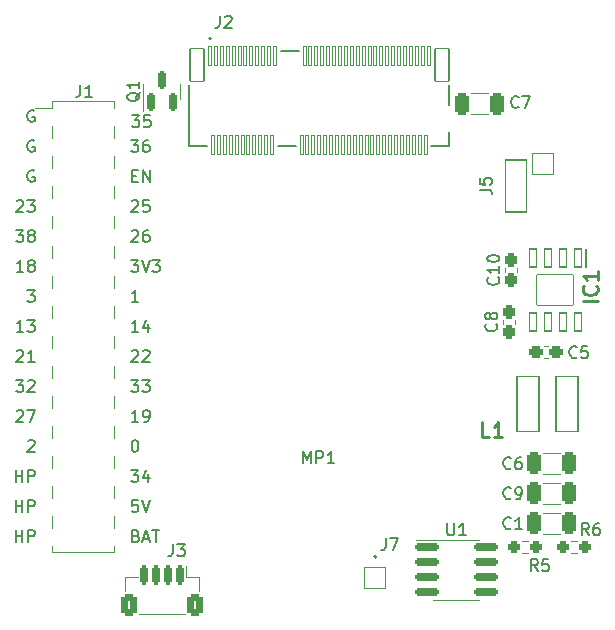
<source format=gbr>
%TF.GenerationSoftware,KiCad,Pcbnew,7.0.5-0*%
%TF.CreationDate,2023-07-13T17:44:08+01:00*%
%TF.ProjectId,M5-Notecard,4d352d4e-6f74-4656-9361-72642e6b6963,V01L04*%
%TF.SameCoordinates,Original*%
%TF.FileFunction,Legend,Top*%
%TF.FilePolarity,Positive*%
%FSLAX46Y46*%
G04 Gerber Fmt 4.6, Leading zero omitted, Abs format (unit mm)*
G04 Created by KiCad (PCBNEW 7.0.5-0) date 2023-07-13 17:44:08*
%MOMM*%
%LPD*%
G01*
G04 APERTURE LIST*
G04 Aperture macros list*
%AMRoundRect*
0 Rectangle with rounded corners*
0 $1 Rounding radius*
0 $2 $3 $4 $5 $6 $7 $8 $9 X,Y pos of 4 corners*
0 Add a 4 corners polygon primitive as box body*
4,1,4,$2,$3,$4,$5,$6,$7,$8,$9,$2,$3,0*
0 Add four circle primitives for the rounded corners*
1,1,$1+$1,$2,$3*
1,1,$1+$1,$4,$5*
1,1,$1+$1,$6,$7*
1,1,$1+$1,$8,$9*
0 Add four rect primitives between the rounded corners*
20,1,$1+$1,$2,$3,$4,$5,0*
20,1,$1+$1,$4,$5,$6,$7,0*
20,1,$1+$1,$6,$7,$8,$9,0*
20,1,$1+$1,$8,$9,$2,$3,0*%
%AMFreePoly0*
4,1,13,0.535355,0.535355,0.550000,0.500000,0.550000,-0.500000,0.535355,-0.535355,0.500000,-0.550000,-2.500000,-0.550000,-2.535355,-0.535355,-2.550000,-0.500000,-2.550000,0.500000,-2.535355,0.535355,-2.500000,0.550000,0.500000,0.550000,0.535355,0.535355,0.535355,0.535355,$1*%
G04 Aperture macros list end*
%ADD10C,0.150000*%
%ADD11C,0.254000*%
%ADD12C,0.200000*%
%ADD13C,0.120000*%
%ADD14C,0.127000*%
%ADD15RoundRect,0.050000X-0.900000X0.900000X-0.900000X-0.900000X0.900000X-0.900000X0.900000X0.900000X0*%
%ADD16C,1.900000*%
%ADD17RoundRect,0.050000X0.900000X-2.200000X0.900000X2.200000X-0.900000X2.200000X-0.900000X-2.200000X0*%
%ADD18O,1.900000X4.100000*%
%ADD19O,4.100000X1.900000*%
%ADD20RoundRect,0.050000X0.900000X0.900000X-0.900000X0.900000X-0.900000X-0.900000X0.900000X-0.900000X0*%
%ADD21C,2.300000*%
%ADD22C,1.800000*%
%ADD23FreePoly0,0.000000*%
%ADD24FreePoly0,180.000000*%
%ADD25C,1.100000*%
%ADD26RoundRect,0.287500X-0.300000X-0.237500X0.300000X-0.237500X0.300000X0.237500X-0.300000X0.237500X0*%
%ADD27RoundRect,0.200000X0.150000X0.625000X-0.150000X0.625000X-0.150000X-0.625000X0.150000X-0.625000X0*%
%ADD28RoundRect,0.300000X0.350000X0.650000X-0.350000X0.650000X-0.350000X-0.650000X0.350000X-0.650000X0*%
%ADD29RoundRect,0.300000X-0.325000X-0.650000X0.325000X-0.650000X0.325000X0.650000X-0.325000X0.650000X0*%
%ADD30RoundRect,0.287500X-0.250000X-0.237500X0.250000X-0.237500X0.250000X0.237500X-0.250000X0.237500X0*%
%ADD31RoundRect,0.287500X-0.237500X0.300000X-0.237500X-0.300000X0.237500X-0.300000X0.237500X0.300000X0*%
%ADD32RoundRect,0.287500X0.237500X-0.300000X0.237500X0.300000X-0.237500X0.300000X-0.237500X-0.300000X0*%
%ADD33C,1.250000*%
%ADD34C,1.750000*%
%ADD35RoundRect,0.050000X-0.150000X-0.775000X0.150000X-0.775000X0.150000X0.775000X-0.150000X0.775000X0*%
%ADD36RoundRect,0.050000X-0.600000X-1.375000X0.600000X-1.375000X0.600000X1.375000X-0.600000X1.375000X0*%
%ADD37C,3.300000*%
%ADD38RoundRect,0.050000X0.925000X2.350000X-0.925000X2.350000X-0.925000X-2.350000X0.925000X-2.350000X0*%
%ADD39RoundRect,0.050000X-0.325000X-0.762500X0.325000X-0.762500X0.325000X0.762500X-0.325000X0.762500X0*%
%ADD40RoundRect,0.050000X-1.550000X1.300000X-1.550000X-1.300000X1.550000X-1.300000X1.550000X1.300000X0*%
%ADD41RoundRect,0.200000X-0.825000X-0.150000X0.825000X-0.150000X0.825000X0.150000X-0.825000X0.150000X0*%
%ADD42RoundRect,0.300000X0.325000X0.650000X-0.325000X0.650000X-0.325000X-0.650000X0.325000X-0.650000X0*%
%ADD43RoundRect,0.200000X0.150000X-0.587500X0.150000X0.587500X-0.150000X0.587500X-0.150000X-0.587500X0*%
%ADD44C,6.100000*%
G04 APERTURE END LIST*
D10*
%TO.C,J5*%
X-18619069Y-13417333D02*
X-17904784Y-13417333D01*
X-17904784Y-13417333D02*
X-17761927Y-13464952D01*
X-17761927Y-13464952D02*
X-17666688Y-13560190D01*
X-17666688Y-13560190D02*
X-17619069Y-13703047D01*
X-17619069Y-13703047D02*
X-17619069Y-13798285D01*
X-18619069Y-12464952D02*
X-18619069Y-12941142D01*
X-18619069Y-12941142D02*
X-18142879Y-12988761D01*
X-18142879Y-12988761D02*
X-18190498Y-12941142D01*
X-18190498Y-12941142D02*
X-18238117Y-12845904D01*
X-18238117Y-12845904D02*
X-18238117Y-12607809D01*
X-18238117Y-12607809D02*
X-18190498Y-12512571D01*
X-18190498Y-12512571D02*
X-18142879Y-12464952D01*
X-18142879Y-12464952D02*
X-18047641Y-12417333D01*
X-18047641Y-12417333D02*
X-17809546Y-12417333D01*
X-17809546Y-12417333D02*
X-17714308Y-12464952D01*
X-17714308Y-12464952D02*
X-17666688Y-12512571D01*
X-17666688Y-12512571D02*
X-17619069Y-12607809D01*
X-17619069Y-12607809D02*
X-17619069Y-12845904D01*
X-17619069Y-12845904D02*
X-17666688Y-12941142D01*
X-17666688Y-12941142D02*
X-17714308Y-12988761D01*
%TO.C,J7*%
X-26575222Y-42926819D02*
X-26575222Y-43641104D01*
X-26575222Y-43641104D02*
X-26622841Y-43783961D01*
X-26622841Y-43783961D02*
X-26718079Y-43879200D01*
X-26718079Y-43879200D02*
X-26860936Y-43926819D01*
X-26860936Y-43926819D02*
X-26956174Y-43926819D01*
X-26194269Y-42926819D02*
X-25527603Y-42926819D01*
X-25527603Y-42926819D02*
X-25956174Y-43926819D01*
%TO.C,J1*%
X-52441222Y-4554819D02*
X-52441222Y-5269104D01*
X-52441222Y-5269104D02*
X-52488841Y-5411961D01*
X-52488841Y-5411961D02*
X-52584079Y-5507200D01*
X-52584079Y-5507200D02*
X-52726936Y-5554819D01*
X-52726936Y-5554819D02*
X-52822174Y-5554819D01*
X-51441222Y-5554819D02*
X-52012650Y-5554819D01*
X-51726936Y-5554819D02*
X-51726936Y-4554819D01*
X-51726936Y-4554819D02*
X-51822174Y-4697676D01*
X-51822174Y-4697676D02*
X-51917412Y-4792914D01*
X-51917412Y-4792914D02*
X-52012650Y-4840533D01*
X-56354668Y-6722438D02*
X-56449906Y-6674819D01*
X-56449906Y-6674819D02*
X-56592763Y-6674819D01*
X-56592763Y-6674819D02*
X-56735620Y-6722438D01*
X-56735620Y-6722438D02*
X-56830858Y-6817676D01*
X-56830858Y-6817676D02*
X-56878477Y-6912914D01*
X-56878477Y-6912914D02*
X-56926096Y-7103390D01*
X-56926096Y-7103390D02*
X-56926096Y-7246247D01*
X-56926096Y-7246247D02*
X-56878477Y-7436723D01*
X-56878477Y-7436723D02*
X-56830858Y-7531961D01*
X-56830858Y-7531961D02*
X-56735620Y-7627200D01*
X-56735620Y-7627200D02*
X-56592763Y-7674819D01*
X-56592763Y-7674819D02*
X-56497525Y-7674819D01*
X-56497525Y-7674819D02*
X-56354668Y-7627200D01*
X-56354668Y-7627200D02*
X-56307049Y-7579580D01*
X-56307049Y-7579580D02*
X-56307049Y-7246247D01*
X-56307049Y-7246247D02*
X-56497525Y-7246247D01*
X-56926096Y-21914819D02*
X-56307049Y-21914819D01*
X-56307049Y-21914819D02*
X-56640382Y-22295771D01*
X-56640382Y-22295771D02*
X-56497525Y-22295771D01*
X-56497525Y-22295771D02*
X-56402287Y-22343390D01*
X-56402287Y-22343390D02*
X-56354668Y-22391009D01*
X-56354668Y-22391009D02*
X-56307049Y-22486247D01*
X-56307049Y-22486247D02*
X-56307049Y-22724342D01*
X-56307049Y-22724342D02*
X-56354668Y-22819580D01*
X-56354668Y-22819580D02*
X-56402287Y-22867200D01*
X-56402287Y-22867200D02*
X-56497525Y-22914819D01*
X-56497525Y-22914819D02*
X-56783239Y-22914819D01*
X-56783239Y-22914819D02*
X-56878477Y-22867200D01*
X-56878477Y-22867200D02*
X-56926096Y-22819580D01*
X-57926096Y-40694819D02*
X-57926096Y-39694819D01*
X-57926096Y-40171009D02*
X-57354668Y-40171009D01*
X-57354668Y-40694819D02*
X-57354668Y-39694819D01*
X-56878477Y-40694819D02*
X-56878477Y-39694819D01*
X-56878477Y-39694819D02*
X-56497525Y-39694819D01*
X-56497525Y-39694819D02*
X-56402287Y-39742438D01*
X-56402287Y-39742438D02*
X-56354668Y-39790057D01*
X-56354668Y-39790057D02*
X-56307049Y-39885295D01*
X-56307049Y-39885295D02*
X-56307049Y-40028152D01*
X-56307049Y-40028152D02*
X-56354668Y-40123390D01*
X-56354668Y-40123390D02*
X-56402287Y-40171009D01*
X-56402287Y-40171009D02*
X-56497525Y-40218628D01*
X-56497525Y-40218628D02*
X-56878477Y-40218628D01*
X-56354668Y-11802438D02*
X-56449906Y-11754819D01*
X-56449906Y-11754819D02*
X-56592763Y-11754819D01*
X-56592763Y-11754819D02*
X-56735620Y-11802438D01*
X-56735620Y-11802438D02*
X-56830858Y-11897676D01*
X-56830858Y-11897676D02*
X-56878477Y-11992914D01*
X-56878477Y-11992914D02*
X-56926096Y-12183390D01*
X-56926096Y-12183390D02*
X-56926096Y-12326247D01*
X-56926096Y-12326247D02*
X-56878477Y-12516723D01*
X-56878477Y-12516723D02*
X-56830858Y-12611961D01*
X-56830858Y-12611961D02*
X-56735620Y-12707200D01*
X-56735620Y-12707200D02*
X-56592763Y-12754819D01*
X-56592763Y-12754819D02*
X-56497525Y-12754819D01*
X-56497525Y-12754819D02*
X-56354668Y-12707200D01*
X-56354668Y-12707200D02*
X-56307049Y-12659580D01*
X-56307049Y-12659580D02*
X-56307049Y-12326247D01*
X-56307049Y-12326247D02*
X-56497525Y-12326247D01*
X-48156347Y-19374819D02*
X-47537300Y-19374819D01*
X-47537300Y-19374819D02*
X-47870633Y-19755771D01*
X-47870633Y-19755771D02*
X-47727776Y-19755771D01*
X-47727776Y-19755771D02*
X-47632538Y-19803390D01*
X-47632538Y-19803390D02*
X-47584919Y-19851009D01*
X-47584919Y-19851009D02*
X-47537300Y-19946247D01*
X-47537300Y-19946247D02*
X-47537300Y-20184342D01*
X-47537300Y-20184342D02*
X-47584919Y-20279580D01*
X-47584919Y-20279580D02*
X-47632538Y-20327200D01*
X-47632538Y-20327200D02*
X-47727776Y-20374819D01*
X-47727776Y-20374819D02*
X-48013490Y-20374819D01*
X-48013490Y-20374819D02*
X-48108728Y-20327200D01*
X-48108728Y-20327200D02*
X-48156347Y-20279580D01*
X-47251585Y-19374819D02*
X-46918252Y-20374819D01*
X-46918252Y-20374819D02*
X-46584919Y-19374819D01*
X-46346823Y-19374819D02*
X-45727776Y-19374819D01*
X-45727776Y-19374819D02*
X-46061109Y-19755771D01*
X-46061109Y-19755771D02*
X-45918252Y-19755771D01*
X-45918252Y-19755771D02*
X-45823014Y-19803390D01*
X-45823014Y-19803390D02*
X-45775395Y-19851009D01*
X-45775395Y-19851009D02*
X-45727776Y-19946247D01*
X-45727776Y-19946247D02*
X-45727776Y-20184342D01*
X-45727776Y-20184342D02*
X-45775395Y-20279580D01*
X-45775395Y-20279580D02*
X-45823014Y-20327200D01*
X-45823014Y-20327200D02*
X-45918252Y-20374819D01*
X-45918252Y-20374819D02*
X-46203966Y-20374819D01*
X-46203966Y-20374819D02*
X-46299204Y-20327200D01*
X-46299204Y-20327200D02*
X-46346823Y-20279580D01*
X-48108728Y-14390057D02*
X-48061109Y-14342438D01*
X-48061109Y-14342438D02*
X-47965871Y-14294819D01*
X-47965871Y-14294819D02*
X-47727776Y-14294819D01*
X-47727776Y-14294819D02*
X-47632538Y-14342438D01*
X-47632538Y-14342438D02*
X-47584919Y-14390057D01*
X-47584919Y-14390057D02*
X-47537300Y-14485295D01*
X-47537300Y-14485295D02*
X-47537300Y-14580533D01*
X-47537300Y-14580533D02*
X-47584919Y-14723390D01*
X-47584919Y-14723390D02*
X-48156347Y-15294819D01*
X-48156347Y-15294819D02*
X-47537300Y-15294819D01*
X-46632538Y-14294819D02*
X-47108728Y-14294819D01*
X-47108728Y-14294819D02*
X-47156347Y-14771009D01*
X-47156347Y-14771009D02*
X-47108728Y-14723390D01*
X-47108728Y-14723390D02*
X-47013490Y-14675771D01*
X-47013490Y-14675771D02*
X-46775395Y-14675771D01*
X-46775395Y-14675771D02*
X-46680157Y-14723390D01*
X-46680157Y-14723390D02*
X-46632538Y-14771009D01*
X-46632538Y-14771009D02*
X-46584919Y-14866247D01*
X-46584919Y-14866247D02*
X-46584919Y-15104342D01*
X-46584919Y-15104342D02*
X-46632538Y-15199580D01*
X-46632538Y-15199580D02*
X-46680157Y-15247200D01*
X-46680157Y-15247200D02*
X-46775395Y-15294819D01*
X-46775395Y-15294819D02*
X-47013490Y-15294819D01*
X-47013490Y-15294819D02*
X-47108728Y-15247200D01*
X-47108728Y-15247200D02*
X-47156347Y-15199580D01*
X-48066347Y-7112819D02*
X-47447300Y-7112819D01*
X-47447300Y-7112819D02*
X-47780633Y-7493771D01*
X-47780633Y-7493771D02*
X-47637776Y-7493771D01*
X-47637776Y-7493771D02*
X-47542538Y-7541390D01*
X-47542538Y-7541390D02*
X-47494919Y-7589009D01*
X-47494919Y-7589009D02*
X-47447300Y-7684247D01*
X-47447300Y-7684247D02*
X-47447300Y-7922342D01*
X-47447300Y-7922342D02*
X-47494919Y-8017580D01*
X-47494919Y-8017580D02*
X-47542538Y-8065200D01*
X-47542538Y-8065200D02*
X-47637776Y-8112819D01*
X-47637776Y-8112819D02*
X-47923490Y-8112819D01*
X-47923490Y-8112819D02*
X-48018728Y-8065200D01*
X-48018728Y-8065200D02*
X-48066347Y-8017580D01*
X-46542538Y-7112819D02*
X-47018728Y-7112819D01*
X-47018728Y-7112819D02*
X-47066347Y-7589009D01*
X-47066347Y-7589009D02*
X-47018728Y-7541390D01*
X-47018728Y-7541390D02*
X-46923490Y-7493771D01*
X-46923490Y-7493771D02*
X-46685395Y-7493771D01*
X-46685395Y-7493771D02*
X-46590157Y-7541390D01*
X-46590157Y-7541390D02*
X-46542538Y-7589009D01*
X-46542538Y-7589009D02*
X-46494919Y-7684247D01*
X-46494919Y-7684247D02*
X-46494919Y-7922342D01*
X-46494919Y-7922342D02*
X-46542538Y-8017580D01*
X-46542538Y-8017580D02*
X-46590157Y-8065200D01*
X-46590157Y-8065200D02*
X-46685395Y-8112819D01*
X-46685395Y-8112819D02*
X-46923490Y-8112819D01*
X-46923490Y-8112819D02*
X-47018728Y-8065200D01*
X-47018728Y-8065200D02*
X-47066347Y-8017580D01*
X-57830858Y-27090057D02*
X-57783239Y-27042438D01*
X-57783239Y-27042438D02*
X-57688001Y-26994819D01*
X-57688001Y-26994819D02*
X-57449906Y-26994819D01*
X-57449906Y-26994819D02*
X-57354668Y-27042438D01*
X-57354668Y-27042438D02*
X-57307049Y-27090057D01*
X-57307049Y-27090057D02*
X-57259430Y-27185295D01*
X-57259430Y-27185295D02*
X-57259430Y-27280533D01*
X-57259430Y-27280533D02*
X-57307049Y-27423390D01*
X-57307049Y-27423390D02*
X-57878477Y-27994819D01*
X-57878477Y-27994819D02*
X-57259430Y-27994819D01*
X-56307049Y-27994819D02*
X-56878477Y-27994819D01*
X-56592763Y-27994819D02*
X-56592763Y-26994819D01*
X-56592763Y-26994819D02*
X-56688001Y-27137676D01*
X-56688001Y-27137676D02*
X-56783239Y-27232914D01*
X-56783239Y-27232914D02*
X-56878477Y-27280533D01*
X-48108728Y-27090057D02*
X-48061109Y-27042438D01*
X-48061109Y-27042438D02*
X-47965871Y-26994819D01*
X-47965871Y-26994819D02*
X-47727776Y-26994819D01*
X-47727776Y-26994819D02*
X-47632538Y-27042438D01*
X-47632538Y-27042438D02*
X-47584919Y-27090057D01*
X-47584919Y-27090057D02*
X-47537300Y-27185295D01*
X-47537300Y-27185295D02*
X-47537300Y-27280533D01*
X-47537300Y-27280533D02*
X-47584919Y-27423390D01*
X-47584919Y-27423390D02*
X-48156347Y-27994819D01*
X-48156347Y-27994819D02*
X-47537300Y-27994819D01*
X-47156347Y-27090057D02*
X-47108728Y-27042438D01*
X-47108728Y-27042438D02*
X-47013490Y-26994819D01*
X-47013490Y-26994819D02*
X-46775395Y-26994819D01*
X-46775395Y-26994819D02*
X-46680157Y-27042438D01*
X-46680157Y-27042438D02*
X-46632538Y-27090057D01*
X-46632538Y-27090057D02*
X-46584919Y-27185295D01*
X-46584919Y-27185295D02*
X-46584919Y-27280533D01*
X-46584919Y-27280533D02*
X-46632538Y-27423390D01*
X-46632538Y-27423390D02*
X-47203966Y-27994819D01*
X-47203966Y-27994819D02*
X-46584919Y-27994819D01*
X-47537300Y-33074819D02*
X-48108728Y-33074819D01*
X-47823014Y-33074819D02*
X-47823014Y-32074819D01*
X-47823014Y-32074819D02*
X-47918252Y-32217676D01*
X-47918252Y-32217676D02*
X-48013490Y-32312914D01*
X-48013490Y-32312914D02*
X-48108728Y-32360533D01*
X-47061109Y-33074819D02*
X-46870633Y-33074819D01*
X-46870633Y-33074819D02*
X-46775395Y-33027200D01*
X-46775395Y-33027200D02*
X-46727776Y-32979580D01*
X-46727776Y-32979580D02*
X-46632538Y-32836723D01*
X-46632538Y-32836723D02*
X-46584919Y-32646247D01*
X-46584919Y-32646247D02*
X-46584919Y-32265295D01*
X-46584919Y-32265295D02*
X-46632538Y-32170057D01*
X-46632538Y-32170057D02*
X-46680157Y-32122438D01*
X-46680157Y-32122438D02*
X-46775395Y-32074819D01*
X-46775395Y-32074819D02*
X-46965871Y-32074819D01*
X-46965871Y-32074819D02*
X-47061109Y-32122438D01*
X-47061109Y-32122438D02*
X-47108728Y-32170057D01*
X-47108728Y-32170057D02*
X-47156347Y-32265295D01*
X-47156347Y-32265295D02*
X-47156347Y-32503390D01*
X-47156347Y-32503390D02*
X-47108728Y-32598628D01*
X-47108728Y-32598628D02*
X-47061109Y-32646247D01*
X-47061109Y-32646247D02*
X-46965871Y-32693866D01*
X-46965871Y-32693866D02*
X-46775395Y-32693866D01*
X-46775395Y-32693866D02*
X-46680157Y-32646247D01*
X-46680157Y-32646247D02*
X-46632538Y-32598628D01*
X-46632538Y-32598628D02*
X-46584919Y-32503390D01*
X-48156347Y-29534819D02*
X-47537300Y-29534819D01*
X-47537300Y-29534819D02*
X-47870633Y-29915771D01*
X-47870633Y-29915771D02*
X-47727776Y-29915771D01*
X-47727776Y-29915771D02*
X-47632538Y-29963390D01*
X-47632538Y-29963390D02*
X-47584919Y-30011009D01*
X-47584919Y-30011009D02*
X-47537300Y-30106247D01*
X-47537300Y-30106247D02*
X-47537300Y-30344342D01*
X-47537300Y-30344342D02*
X-47584919Y-30439580D01*
X-47584919Y-30439580D02*
X-47632538Y-30487200D01*
X-47632538Y-30487200D02*
X-47727776Y-30534819D01*
X-47727776Y-30534819D02*
X-48013490Y-30534819D01*
X-48013490Y-30534819D02*
X-48108728Y-30487200D01*
X-48108728Y-30487200D02*
X-48156347Y-30439580D01*
X-47203966Y-29534819D02*
X-46584919Y-29534819D01*
X-46584919Y-29534819D02*
X-46918252Y-29915771D01*
X-46918252Y-29915771D02*
X-46775395Y-29915771D01*
X-46775395Y-29915771D02*
X-46680157Y-29963390D01*
X-46680157Y-29963390D02*
X-46632538Y-30011009D01*
X-46632538Y-30011009D02*
X-46584919Y-30106247D01*
X-46584919Y-30106247D02*
X-46584919Y-30344342D01*
X-46584919Y-30344342D02*
X-46632538Y-30439580D01*
X-46632538Y-30439580D02*
X-46680157Y-30487200D01*
X-46680157Y-30487200D02*
X-46775395Y-30534819D01*
X-46775395Y-30534819D02*
X-47061109Y-30534819D01*
X-47061109Y-30534819D02*
X-47156347Y-30487200D01*
X-47156347Y-30487200D02*
X-47203966Y-30439580D01*
X-48061109Y-12231009D02*
X-47727776Y-12231009D01*
X-47584919Y-12754819D02*
X-48061109Y-12754819D01*
X-48061109Y-12754819D02*
X-48061109Y-11754819D01*
X-48061109Y-11754819D02*
X-47584919Y-11754819D01*
X-47156347Y-12754819D02*
X-47156347Y-11754819D01*
X-47156347Y-11754819D02*
X-46584919Y-12754819D01*
X-46584919Y-12754819D02*
X-46584919Y-11754819D01*
X-57830858Y-14390057D02*
X-57783239Y-14342438D01*
X-57783239Y-14342438D02*
X-57688001Y-14294819D01*
X-57688001Y-14294819D02*
X-57449906Y-14294819D01*
X-57449906Y-14294819D02*
X-57354668Y-14342438D01*
X-57354668Y-14342438D02*
X-57307049Y-14390057D01*
X-57307049Y-14390057D02*
X-57259430Y-14485295D01*
X-57259430Y-14485295D02*
X-57259430Y-14580533D01*
X-57259430Y-14580533D02*
X-57307049Y-14723390D01*
X-57307049Y-14723390D02*
X-57878477Y-15294819D01*
X-57878477Y-15294819D02*
X-57259430Y-15294819D01*
X-56926096Y-14294819D02*
X-56307049Y-14294819D01*
X-56307049Y-14294819D02*
X-56640382Y-14675771D01*
X-56640382Y-14675771D02*
X-56497525Y-14675771D01*
X-56497525Y-14675771D02*
X-56402287Y-14723390D01*
X-56402287Y-14723390D02*
X-56354668Y-14771009D01*
X-56354668Y-14771009D02*
X-56307049Y-14866247D01*
X-56307049Y-14866247D02*
X-56307049Y-15104342D01*
X-56307049Y-15104342D02*
X-56354668Y-15199580D01*
X-56354668Y-15199580D02*
X-56402287Y-15247200D01*
X-56402287Y-15247200D02*
X-56497525Y-15294819D01*
X-56497525Y-15294819D02*
X-56783239Y-15294819D01*
X-56783239Y-15294819D02*
X-56878477Y-15247200D01*
X-56878477Y-15247200D02*
X-56926096Y-15199580D01*
X-57259430Y-25454819D02*
X-57830858Y-25454819D01*
X-57545144Y-25454819D02*
X-57545144Y-24454819D01*
X-57545144Y-24454819D02*
X-57640382Y-24597676D01*
X-57640382Y-24597676D02*
X-57735620Y-24692914D01*
X-57735620Y-24692914D02*
X-57830858Y-24740533D01*
X-56926096Y-24454819D02*
X-56307049Y-24454819D01*
X-56307049Y-24454819D02*
X-56640382Y-24835771D01*
X-56640382Y-24835771D02*
X-56497525Y-24835771D01*
X-56497525Y-24835771D02*
X-56402287Y-24883390D01*
X-56402287Y-24883390D02*
X-56354668Y-24931009D01*
X-56354668Y-24931009D02*
X-56307049Y-25026247D01*
X-56307049Y-25026247D02*
X-56307049Y-25264342D01*
X-56307049Y-25264342D02*
X-56354668Y-25359580D01*
X-56354668Y-25359580D02*
X-56402287Y-25407200D01*
X-56402287Y-25407200D02*
X-56497525Y-25454819D01*
X-56497525Y-25454819D02*
X-56783239Y-25454819D01*
X-56783239Y-25454819D02*
X-56878477Y-25407200D01*
X-56878477Y-25407200D02*
X-56926096Y-25359580D01*
X-47537300Y-22914819D02*
X-48108728Y-22914819D01*
X-47823014Y-22914819D02*
X-47823014Y-21914819D01*
X-47823014Y-21914819D02*
X-47918252Y-22057676D01*
X-47918252Y-22057676D02*
X-48013490Y-22152914D01*
X-48013490Y-22152914D02*
X-48108728Y-22200533D01*
X-57259430Y-20374819D02*
X-57830858Y-20374819D01*
X-57545144Y-20374819D02*
X-57545144Y-19374819D01*
X-57545144Y-19374819D02*
X-57640382Y-19517676D01*
X-57640382Y-19517676D02*
X-57735620Y-19612914D01*
X-57735620Y-19612914D02*
X-57830858Y-19660533D01*
X-56688001Y-19803390D02*
X-56783239Y-19755771D01*
X-56783239Y-19755771D02*
X-56830858Y-19708152D01*
X-56830858Y-19708152D02*
X-56878477Y-19612914D01*
X-56878477Y-19612914D02*
X-56878477Y-19565295D01*
X-56878477Y-19565295D02*
X-56830858Y-19470057D01*
X-56830858Y-19470057D02*
X-56783239Y-19422438D01*
X-56783239Y-19422438D02*
X-56688001Y-19374819D01*
X-56688001Y-19374819D02*
X-56497525Y-19374819D01*
X-56497525Y-19374819D02*
X-56402287Y-19422438D01*
X-56402287Y-19422438D02*
X-56354668Y-19470057D01*
X-56354668Y-19470057D02*
X-56307049Y-19565295D01*
X-56307049Y-19565295D02*
X-56307049Y-19612914D01*
X-56307049Y-19612914D02*
X-56354668Y-19708152D01*
X-56354668Y-19708152D02*
X-56402287Y-19755771D01*
X-56402287Y-19755771D02*
X-56497525Y-19803390D01*
X-56497525Y-19803390D02*
X-56688001Y-19803390D01*
X-56688001Y-19803390D02*
X-56783239Y-19851009D01*
X-56783239Y-19851009D02*
X-56830858Y-19898628D01*
X-56830858Y-19898628D02*
X-56878477Y-19993866D01*
X-56878477Y-19993866D02*
X-56878477Y-20184342D01*
X-56878477Y-20184342D02*
X-56830858Y-20279580D01*
X-56830858Y-20279580D02*
X-56783239Y-20327200D01*
X-56783239Y-20327200D02*
X-56688001Y-20374819D01*
X-56688001Y-20374819D02*
X-56497525Y-20374819D01*
X-56497525Y-20374819D02*
X-56402287Y-20327200D01*
X-56402287Y-20327200D02*
X-56354668Y-20279580D01*
X-56354668Y-20279580D02*
X-56307049Y-20184342D01*
X-56307049Y-20184342D02*
X-56307049Y-19993866D01*
X-56307049Y-19993866D02*
X-56354668Y-19898628D01*
X-56354668Y-19898628D02*
X-56402287Y-19851009D01*
X-56402287Y-19851009D02*
X-56497525Y-19803390D01*
X-57878477Y-29534819D02*
X-57259430Y-29534819D01*
X-57259430Y-29534819D02*
X-57592763Y-29915771D01*
X-57592763Y-29915771D02*
X-57449906Y-29915771D01*
X-57449906Y-29915771D02*
X-57354668Y-29963390D01*
X-57354668Y-29963390D02*
X-57307049Y-30011009D01*
X-57307049Y-30011009D02*
X-57259430Y-30106247D01*
X-57259430Y-30106247D02*
X-57259430Y-30344342D01*
X-57259430Y-30344342D02*
X-57307049Y-30439580D01*
X-57307049Y-30439580D02*
X-57354668Y-30487200D01*
X-57354668Y-30487200D02*
X-57449906Y-30534819D01*
X-57449906Y-30534819D02*
X-57735620Y-30534819D01*
X-57735620Y-30534819D02*
X-57830858Y-30487200D01*
X-57830858Y-30487200D02*
X-57878477Y-30439580D01*
X-56878477Y-29630057D02*
X-56830858Y-29582438D01*
X-56830858Y-29582438D02*
X-56735620Y-29534819D01*
X-56735620Y-29534819D02*
X-56497525Y-29534819D01*
X-56497525Y-29534819D02*
X-56402287Y-29582438D01*
X-56402287Y-29582438D02*
X-56354668Y-29630057D01*
X-56354668Y-29630057D02*
X-56307049Y-29725295D01*
X-56307049Y-29725295D02*
X-56307049Y-29820533D01*
X-56307049Y-29820533D02*
X-56354668Y-29963390D01*
X-56354668Y-29963390D02*
X-56926096Y-30534819D01*
X-56926096Y-30534819D02*
X-56307049Y-30534819D01*
X-57926096Y-43234819D02*
X-57926096Y-42234819D01*
X-57926096Y-42711009D02*
X-57354668Y-42711009D01*
X-57354668Y-43234819D02*
X-57354668Y-42234819D01*
X-56878477Y-43234819D02*
X-56878477Y-42234819D01*
X-56878477Y-42234819D02*
X-56497525Y-42234819D01*
X-56497525Y-42234819D02*
X-56402287Y-42282438D01*
X-56402287Y-42282438D02*
X-56354668Y-42330057D01*
X-56354668Y-42330057D02*
X-56307049Y-42425295D01*
X-56307049Y-42425295D02*
X-56307049Y-42568152D01*
X-56307049Y-42568152D02*
X-56354668Y-42663390D01*
X-56354668Y-42663390D02*
X-56402287Y-42711009D01*
X-56402287Y-42711009D02*
X-56497525Y-42758628D01*
X-56497525Y-42758628D02*
X-56878477Y-42758628D01*
X-57926096Y-38154819D02*
X-57926096Y-37154819D01*
X-57926096Y-37631009D02*
X-57354668Y-37631009D01*
X-57354668Y-38154819D02*
X-57354668Y-37154819D01*
X-56878477Y-38154819D02*
X-56878477Y-37154819D01*
X-56878477Y-37154819D02*
X-56497525Y-37154819D01*
X-56497525Y-37154819D02*
X-56402287Y-37202438D01*
X-56402287Y-37202438D02*
X-56354668Y-37250057D01*
X-56354668Y-37250057D02*
X-56307049Y-37345295D01*
X-56307049Y-37345295D02*
X-56307049Y-37488152D01*
X-56307049Y-37488152D02*
X-56354668Y-37583390D01*
X-56354668Y-37583390D02*
X-56402287Y-37631009D01*
X-56402287Y-37631009D02*
X-56497525Y-37678628D01*
X-56497525Y-37678628D02*
X-56878477Y-37678628D01*
X-56354668Y-9262438D02*
X-56449906Y-9214819D01*
X-56449906Y-9214819D02*
X-56592763Y-9214819D01*
X-56592763Y-9214819D02*
X-56735620Y-9262438D01*
X-56735620Y-9262438D02*
X-56830858Y-9357676D01*
X-56830858Y-9357676D02*
X-56878477Y-9452914D01*
X-56878477Y-9452914D02*
X-56926096Y-9643390D01*
X-56926096Y-9643390D02*
X-56926096Y-9786247D01*
X-56926096Y-9786247D02*
X-56878477Y-9976723D01*
X-56878477Y-9976723D02*
X-56830858Y-10071961D01*
X-56830858Y-10071961D02*
X-56735620Y-10167200D01*
X-56735620Y-10167200D02*
X-56592763Y-10214819D01*
X-56592763Y-10214819D02*
X-56497525Y-10214819D01*
X-56497525Y-10214819D02*
X-56354668Y-10167200D01*
X-56354668Y-10167200D02*
X-56307049Y-10119580D01*
X-56307049Y-10119580D02*
X-56307049Y-9786247D01*
X-56307049Y-9786247D02*
X-56497525Y-9786247D01*
X-47584919Y-39694819D02*
X-48061109Y-39694819D01*
X-48061109Y-39694819D02*
X-48108728Y-40171009D01*
X-48108728Y-40171009D02*
X-48061109Y-40123390D01*
X-48061109Y-40123390D02*
X-47965871Y-40075771D01*
X-47965871Y-40075771D02*
X-47727776Y-40075771D01*
X-47727776Y-40075771D02*
X-47632538Y-40123390D01*
X-47632538Y-40123390D02*
X-47584919Y-40171009D01*
X-47584919Y-40171009D02*
X-47537300Y-40266247D01*
X-47537300Y-40266247D02*
X-47537300Y-40504342D01*
X-47537300Y-40504342D02*
X-47584919Y-40599580D01*
X-47584919Y-40599580D02*
X-47632538Y-40647200D01*
X-47632538Y-40647200D02*
X-47727776Y-40694819D01*
X-47727776Y-40694819D02*
X-47965871Y-40694819D01*
X-47965871Y-40694819D02*
X-48061109Y-40647200D01*
X-48061109Y-40647200D02*
X-48108728Y-40599580D01*
X-47251585Y-39694819D02*
X-46918252Y-40694819D01*
X-46918252Y-40694819D02*
X-46584919Y-39694819D01*
X-48108728Y-16930057D02*
X-48061109Y-16882438D01*
X-48061109Y-16882438D02*
X-47965871Y-16834819D01*
X-47965871Y-16834819D02*
X-47727776Y-16834819D01*
X-47727776Y-16834819D02*
X-47632538Y-16882438D01*
X-47632538Y-16882438D02*
X-47584919Y-16930057D01*
X-47584919Y-16930057D02*
X-47537300Y-17025295D01*
X-47537300Y-17025295D02*
X-47537300Y-17120533D01*
X-47537300Y-17120533D02*
X-47584919Y-17263390D01*
X-47584919Y-17263390D02*
X-48156347Y-17834819D01*
X-48156347Y-17834819D02*
X-47537300Y-17834819D01*
X-46680157Y-16834819D02*
X-46870633Y-16834819D01*
X-46870633Y-16834819D02*
X-46965871Y-16882438D01*
X-46965871Y-16882438D02*
X-47013490Y-16930057D01*
X-47013490Y-16930057D02*
X-47108728Y-17072914D01*
X-47108728Y-17072914D02*
X-47156347Y-17263390D01*
X-47156347Y-17263390D02*
X-47156347Y-17644342D01*
X-47156347Y-17644342D02*
X-47108728Y-17739580D01*
X-47108728Y-17739580D02*
X-47061109Y-17787200D01*
X-47061109Y-17787200D02*
X-46965871Y-17834819D01*
X-46965871Y-17834819D02*
X-46775395Y-17834819D01*
X-46775395Y-17834819D02*
X-46680157Y-17787200D01*
X-46680157Y-17787200D02*
X-46632538Y-17739580D01*
X-46632538Y-17739580D02*
X-46584919Y-17644342D01*
X-46584919Y-17644342D02*
X-46584919Y-17406247D01*
X-46584919Y-17406247D02*
X-46632538Y-17311009D01*
X-46632538Y-17311009D02*
X-46680157Y-17263390D01*
X-46680157Y-17263390D02*
X-46775395Y-17215771D01*
X-46775395Y-17215771D02*
X-46965871Y-17215771D01*
X-46965871Y-17215771D02*
X-47061109Y-17263390D01*
X-47061109Y-17263390D02*
X-47108728Y-17311009D01*
X-47108728Y-17311009D02*
X-47156347Y-17406247D01*
X-57830858Y-32170057D02*
X-57783239Y-32122438D01*
X-57783239Y-32122438D02*
X-57688001Y-32074819D01*
X-57688001Y-32074819D02*
X-57449906Y-32074819D01*
X-57449906Y-32074819D02*
X-57354668Y-32122438D01*
X-57354668Y-32122438D02*
X-57307049Y-32170057D01*
X-57307049Y-32170057D02*
X-57259430Y-32265295D01*
X-57259430Y-32265295D02*
X-57259430Y-32360533D01*
X-57259430Y-32360533D02*
X-57307049Y-32503390D01*
X-57307049Y-32503390D02*
X-57878477Y-33074819D01*
X-57878477Y-33074819D02*
X-57259430Y-33074819D01*
X-56926096Y-32074819D02*
X-56259430Y-32074819D01*
X-56259430Y-32074819D02*
X-56688001Y-33074819D01*
X-48156347Y-37154819D02*
X-47537300Y-37154819D01*
X-47537300Y-37154819D02*
X-47870633Y-37535771D01*
X-47870633Y-37535771D02*
X-47727776Y-37535771D01*
X-47727776Y-37535771D02*
X-47632538Y-37583390D01*
X-47632538Y-37583390D02*
X-47584919Y-37631009D01*
X-47584919Y-37631009D02*
X-47537300Y-37726247D01*
X-47537300Y-37726247D02*
X-47537300Y-37964342D01*
X-47537300Y-37964342D02*
X-47584919Y-38059580D01*
X-47584919Y-38059580D02*
X-47632538Y-38107200D01*
X-47632538Y-38107200D02*
X-47727776Y-38154819D01*
X-47727776Y-38154819D02*
X-48013490Y-38154819D01*
X-48013490Y-38154819D02*
X-48108728Y-38107200D01*
X-48108728Y-38107200D02*
X-48156347Y-38059580D01*
X-46680157Y-37488152D02*
X-46680157Y-38154819D01*
X-46918252Y-37107200D02*
X-47156347Y-37821485D01*
X-47156347Y-37821485D02*
X-46537300Y-37821485D01*
X-57878477Y-16834819D02*
X-57259430Y-16834819D01*
X-57259430Y-16834819D02*
X-57592763Y-17215771D01*
X-57592763Y-17215771D02*
X-57449906Y-17215771D01*
X-57449906Y-17215771D02*
X-57354668Y-17263390D01*
X-57354668Y-17263390D02*
X-57307049Y-17311009D01*
X-57307049Y-17311009D02*
X-57259430Y-17406247D01*
X-57259430Y-17406247D02*
X-57259430Y-17644342D01*
X-57259430Y-17644342D02*
X-57307049Y-17739580D01*
X-57307049Y-17739580D02*
X-57354668Y-17787200D01*
X-57354668Y-17787200D02*
X-57449906Y-17834819D01*
X-57449906Y-17834819D02*
X-57735620Y-17834819D01*
X-57735620Y-17834819D02*
X-57830858Y-17787200D01*
X-57830858Y-17787200D02*
X-57878477Y-17739580D01*
X-56688001Y-17263390D02*
X-56783239Y-17215771D01*
X-56783239Y-17215771D02*
X-56830858Y-17168152D01*
X-56830858Y-17168152D02*
X-56878477Y-17072914D01*
X-56878477Y-17072914D02*
X-56878477Y-17025295D01*
X-56878477Y-17025295D02*
X-56830858Y-16930057D01*
X-56830858Y-16930057D02*
X-56783239Y-16882438D01*
X-56783239Y-16882438D02*
X-56688001Y-16834819D01*
X-56688001Y-16834819D02*
X-56497525Y-16834819D01*
X-56497525Y-16834819D02*
X-56402287Y-16882438D01*
X-56402287Y-16882438D02*
X-56354668Y-16930057D01*
X-56354668Y-16930057D02*
X-56307049Y-17025295D01*
X-56307049Y-17025295D02*
X-56307049Y-17072914D01*
X-56307049Y-17072914D02*
X-56354668Y-17168152D01*
X-56354668Y-17168152D02*
X-56402287Y-17215771D01*
X-56402287Y-17215771D02*
X-56497525Y-17263390D01*
X-56497525Y-17263390D02*
X-56688001Y-17263390D01*
X-56688001Y-17263390D02*
X-56783239Y-17311009D01*
X-56783239Y-17311009D02*
X-56830858Y-17358628D01*
X-56830858Y-17358628D02*
X-56878477Y-17453866D01*
X-56878477Y-17453866D02*
X-56878477Y-17644342D01*
X-56878477Y-17644342D02*
X-56830858Y-17739580D01*
X-56830858Y-17739580D02*
X-56783239Y-17787200D01*
X-56783239Y-17787200D02*
X-56688001Y-17834819D01*
X-56688001Y-17834819D02*
X-56497525Y-17834819D01*
X-56497525Y-17834819D02*
X-56402287Y-17787200D01*
X-56402287Y-17787200D02*
X-56354668Y-17739580D01*
X-56354668Y-17739580D02*
X-56307049Y-17644342D01*
X-56307049Y-17644342D02*
X-56307049Y-17453866D01*
X-56307049Y-17453866D02*
X-56354668Y-17358628D01*
X-56354668Y-17358628D02*
X-56402287Y-17311009D01*
X-56402287Y-17311009D02*
X-56497525Y-17263390D01*
X-47870633Y-34614819D02*
X-47775395Y-34614819D01*
X-47775395Y-34614819D02*
X-47680157Y-34662438D01*
X-47680157Y-34662438D02*
X-47632538Y-34710057D01*
X-47632538Y-34710057D02*
X-47584919Y-34805295D01*
X-47584919Y-34805295D02*
X-47537300Y-34995771D01*
X-47537300Y-34995771D02*
X-47537300Y-35233866D01*
X-47537300Y-35233866D02*
X-47584919Y-35424342D01*
X-47584919Y-35424342D02*
X-47632538Y-35519580D01*
X-47632538Y-35519580D02*
X-47680157Y-35567200D01*
X-47680157Y-35567200D02*
X-47775395Y-35614819D01*
X-47775395Y-35614819D02*
X-47870633Y-35614819D01*
X-47870633Y-35614819D02*
X-47965871Y-35567200D01*
X-47965871Y-35567200D02*
X-48013490Y-35519580D01*
X-48013490Y-35519580D02*
X-48061109Y-35424342D01*
X-48061109Y-35424342D02*
X-48108728Y-35233866D01*
X-48108728Y-35233866D02*
X-48108728Y-34995771D01*
X-48108728Y-34995771D02*
X-48061109Y-34805295D01*
X-48061109Y-34805295D02*
X-48013490Y-34710057D01*
X-48013490Y-34710057D02*
X-47965871Y-34662438D01*
X-47965871Y-34662438D02*
X-47870633Y-34614819D01*
X-47537300Y-25454819D02*
X-48108728Y-25454819D01*
X-47823014Y-25454819D02*
X-47823014Y-24454819D01*
X-47823014Y-24454819D02*
X-47918252Y-24597676D01*
X-47918252Y-24597676D02*
X-48013490Y-24692914D01*
X-48013490Y-24692914D02*
X-48108728Y-24740533D01*
X-46680157Y-24788152D02*
X-46680157Y-25454819D01*
X-46918252Y-24407200D02*
X-47156347Y-25121485D01*
X-47156347Y-25121485D02*
X-46537300Y-25121485D01*
X-56878477Y-34710057D02*
X-56830858Y-34662438D01*
X-56830858Y-34662438D02*
X-56735620Y-34614819D01*
X-56735620Y-34614819D02*
X-56497525Y-34614819D01*
X-56497525Y-34614819D02*
X-56402287Y-34662438D01*
X-56402287Y-34662438D02*
X-56354668Y-34710057D01*
X-56354668Y-34710057D02*
X-56307049Y-34805295D01*
X-56307049Y-34805295D02*
X-56307049Y-34900533D01*
X-56307049Y-34900533D02*
X-56354668Y-35043390D01*
X-56354668Y-35043390D02*
X-56926096Y-35614819D01*
X-56926096Y-35614819D02*
X-56307049Y-35614819D01*
X-48156347Y-9214819D02*
X-47537300Y-9214819D01*
X-47537300Y-9214819D02*
X-47870633Y-9595771D01*
X-47870633Y-9595771D02*
X-47727776Y-9595771D01*
X-47727776Y-9595771D02*
X-47632538Y-9643390D01*
X-47632538Y-9643390D02*
X-47584919Y-9691009D01*
X-47584919Y-9691009D02*
X-47537300Y-9786247D01*
X-47537300Y-9786247D02*
X-47537300Y-10024342D01*
X-47537300Y-10024342D02*
X-47584919Y-10119580D01*
X-47584919Y-10119580D02*
X-47632538Y-10167200D01*
X-47632538Y-10167200D02*
X-47727776Y-10214819D01*
X-47727776Y-10214819D02*
X-48013490Y-10214819D01*
X-48013490Y-10214819D02*
X-48108728Y-10167200D01*
X-48108728Y-10167200D02*
X-48156347Y-10119580D01*
X-46680157Y-9214819D02*
X-46870633Y-9214819D01*
X-46870633Y-9214819D02*
X-46965871Y-9262438D01*
X-46965871Y-9262438D02*
X-47013490Y-9310057D01*
X-47013490Y-9310057D02*
X-47108728Y-9452914D01*
X-47108728Y-9452914D02*
X-47156347Y-9643390D01*
X-47156347Y-9643390D02*
X-47156347Y-10024342D01*
X-47156347Y-10024342D02*
X-47108728Y-10119580D01*
X-47108728Y-10119580D02*
X-47061109Y-10167200D01*
X-47061109Y-10167200D02*
X-46965871Y-10214819D01*
X-46965871Y-10214819D02*
X-46775395Y-10214819D01*
X-46775395Y-10214819D02*
X-46680157Y-10167200D01*
X-46680157Y-10167200D02*
X-46632538Y-10119580D01*
X-46632538Y-10119580D02*
X-46584919Y-10024342D01*
X-46584919Y-10024342D02*
X-46584919Y-9786247D01*
X-46584919Y-9786247D02*
X-46632538Y-9691009D01*
X-46632538Y-9691009D02*
X-46680157Y-9643390D01*
X-46680157Y-9643390D02*
X-46775395Y-9595771D01*
X-46775395Y-9595771D02*
X-46965871Y-9595771D01*
X-46965871Y-9595771D02*
X-47061109Y-9643390D01*
X-47061109Y-9643390D02*
X-47108728Y-9691009D01*
X-47108728Y-9691009D02*
X-47156347Y-9786247D01*
X-47727776Y-42711009D02*
X-47584919Y-42758628D01*
X-47584919Y-42758628D02*
X-47537300Y-42806247D01*
X-47537300Y-42806247D02*
X-47489681Y-42901485D01*
X-47489681Y-42901485D02*
X-47489681Y-43044342D01*
X-47489681Y-43044342D02*
X-47537300Y-43139580D01*
X-47537300Y-43139580D02*
X-47584919Y-43187200D01*
X-47584919Y-43187200D02*
X-47680157Y-43234819D01*
X-47680157Y-43234819D02*
X-48061109Y-43234819D01*
X-48061109Y-43234819D02*
X-48061109Y-42234819D01*
X-48061109Y-42234819D02*
X-47727776Y-42234819D01*
X-47727776Y-42234819D02*
X-47632538Y-42282438D01*
X-47632538Y-42282438D02*
X-47584919Y-42330057D01*
X-47584919Y-42330057D02*
X-47537300Y-42425295D01*
X-47537300Y-42425295D02*
X-47537300Y-42520533D01*
X-47537300Y-42520533D02*
X-47584919Y-42615771D01*
X-47584919Y-42615771D02*
X-47632538Y-42663390D01*
X-47632538Y-42663390D02*
X-47727776Y-42711009D01*
X-47727776Y-42711009D02*
X-48061109Y-42711009D01*
X-47108728Y-42949104D02*
X-46632538Y-42949104D01*
X-47203966Y-43234819D02*
X-46870633Y-42234819D01*
X-46870633Y-42234819D02*
X-46537300Y-43234819D01*
X-46346823Y-42234819D02*
X-45775395Y-42234819D01*
X-46061109Y-43234819D02*
X-46061109Y-42234819D01*
%TO.C,C5*%
X-10406555Y-27575580D02*
X-10454174Y-27623200D01*
X-10454174Y-27623200D02*
X-10597031Y-27670819D01*
X-10597031Y-27670819D02*
X-10692269Y-27670819D01*
X-10692269Y-27670819D02*
X-10835126Y-27623200D01*
X-10835126Y-27623200D02*
X-10930364Y-27527961D01*
X-10930364Y-27527961D02*
X-10977983Y-27432723D01*
X-10977983Y-27432723D02*
X-11025602Y-27242247D01*
X-11025602Y-27242247D02*
X-11025602Y-27099390D01*
X-11025602Y-27099390D02*
X-10977983Y-26908914D01*
X-10977983Y-26908914D02*
X-10930364Y-26813676D01*
X-10930364Y-26813676D02*
X-10835126Y-26718438D01*
X-10835126Y-26718438D02*
X-10692269Y-26670819D01*
X-10692269Y-26670819D02*
X-10597031Y-26670819D01*
X-10597031Y-26670819D02*
X-10454174Y-26718438D01*
X-10454174Y-26718438D02*
X-10406555Y-26766057D01*
X-9501793Y-26670819D02*
X-9977983Y-26670819D01*
X-9977983Y-26670819D02*
X-10025602Y-27147009D01*
X-10025602Y-27147009D02*
X-9977983Y-27099390D01*
X-9977983Y-27099390D02*
X-9882745Y-27051771D01*
X-9882745Y-27051771D02*
X-9644650Y-27051771D01*
X-9644650Y-27051771D02*
X-9549412Y-27099390D01*
X-9549412Y-27099390D02*
X-9501793Y-27147009D01*
X-9501793Y-27147009D02*
X-9454174Y-27242247D01*
X-9454174Y-27242247D02*
X-9454174Y-27480342D01*
X-9454174Y-27480342D02*
X-9501793Y-27575580D01*
X-9501793Y-27575580D02*
X-9549412Y-27623200D01*
X-9549412Y-27623200D02*
X-9644650Y-27670819D01*
X-9644650Y-27670819D02*
X-9882745Y-27670819D01*
X-9882745Y-27670819D02*
X-9977983Y-27623200D01*
X-9977983Y-27623200D02*
X-10025602Y-27575580D01*
%TO.C,J3*%
X-44609222Y-43434819D02*
X-44609222Y-44149104D01*
X-44609222Y-44149104D02*
X-44656841Y-44291961D01*
X-44656841Y-44291961D02*
X-44752079Y-44387200D01*
X-44752079Y-44387200D02*
X-44894936Y-44434819D01*
X-44894936Y-44434819D02*
X-44990174Y-44434819D01*
X-44228269Y-43434819D02*
X-43609222Y-43434819D01*
X-43609222Y-43434819D02*
X-43942555Y-43815771D01*
X-43942555Y-43815771D02*
X-43799698Y-43815771D01*
X-43799698Y-43815771D02*
X-43704460Y-43863390D01*
X-43704460Y-43863390D02*
X-43656841Y-43911009D01*
X-43656841Y-43911009D02*
X-43609222Y-44006247D01*
X-43609222Y-44006247D02*
X-43609222Y-44244342D01*
X-43609222Y-44244342D02*
X-43656841Y-44339580D01*
X-43656841Y-44339580D02*
X-43704460Y-44387200D01*
X-43704460Y-44387200D02*
X-43799698Y-44434819D01*
X-43799698Y-44434819D02*
X-44085412Y-44434819D01*
X-44085412Y-44434819D02*
X-44180650Y-44387200D01*
X-44180650Y-44387200D02*
X-44228269Y-44339580D01*
%TO.C,C9*%
X-15994555Y-39513580D02*
X-16042174Y-39561200D01*
X-16042174Y-39561200D02*
X-16185031Y-39608819D01*
X-16185031Y-39608819D02*
X-16280269Y-39608819D01*
X-16280269Y-39608819D02*
X-16423126Y-39561200D01*
X-16423126Y-39561200D02*
X-16518364Y-39465961D01*
X-16518364Y-39465961D02*
X-16565983Y-39370723D01*
X-16565983Y-39370723D02*
X-16613602Y-39180247D01*
X-16613602Y-39180247D02*
X-16613602Y-39037390D01*
X-16613602Y-39037390D02*
X-16565983Y-38846914D01*
X-16565983Y-38846914D02*
X-16518364Y-38751676D01*
X-16518364Y-38751676D02*
X-16423126Y-38656438D01*
X-16423126Y-38656438D02*
X-16280269Y-38608819D01*
X-16280269Y-38608819D02*
X-16185031Y-38608819D01*
X-16185031Y-38608819D02*
X-16042174Y-38656438D01*
X-16042174Y-38656438D02*
X-15994555Y-38704057D01*
X-15518364Y-39608819D02*
X-15327888Y-39608819D01*
X-15327888Y-39608819D02*
X-15232650Y-39561200D01*
X-15232650Y-39561200D02*
X-15185031Y-39513580D01*
X-15185031Y-39513580D02*
X-15089793Y-39370723D01*
X-15089793Y-39370723D02*
X-15042174Y-39180247D01*
X-15042174Y-39180247D02*
X-15042174Y-38799295D01*
X-15042174Y-38799295D02*
X-15089793Y-38704057D01*
X-15089793Y-38704057D02*
X-15137412Y-38656438D01*
X-15137412Y-38656438D02*
X-15232650Y-38608819D01*
X-15232650Y-38608819D02*
X-15423126Y-38608819D01*
X-15423126Y-38608819D02*
X-15518364Y-38656438D01*
X-15518364Y-38656438D02*
X-15565983Y-38704057D01*
X-15565983Y-38704057D02*
X-15613602Y-38799295D01*
X-15613602Y-38799295D02*
X-15613602Y-39037390D01*
X-15613602Y-39037390D02*
X-15565983Y-39132628D01*
X-15565983Y-39132628D02*
X-15518364Y-39180247D01*
X-15518364Y-39180247D02*
X-15423126Y-39227866D01*
X-15423126Y-39227866D02*
X-15232650Y-39227866D01*
X-15232650Y-39227866D02*
X-15137412Y-39180247D01*
X-15137412Y-39180247D02*
X-15089793Y-39132628D01*
X-15089793Y-39132628D02*
X-15042174Y-39037390D01*
%TO.C,R5*%
X-13708555Y-45704819D02*
X-14041888Y-45228628D01*
X-14279983Y-45704819D02*
X-14279983Y-44704819D01*
X-14279983Y-44704819D02*
X-13899031Y-44704819D01*
X-13899031Y-44704819D02*
X-13803793Y-44752438D01*
X-13803793Y-44752438D02*
X-13756174Y-44800057D01*
X-13756174Y-44800057D02*
X-13708555Y-44895295D01*
X-13708555Y-44895295D02*
X-13708555Y-45038152D01*
X-13708555Y-45038152D02*
X-13756174Y-45133390D01*
X-13756174Y-45133390D02*
X-13803793Y-45181009D01*
X-13803793Y-45181009D02*
X-13899031Y-45228628D01*
X-13899031Y-45228628D02*
X-14279983Y-45228628D01*
X-12803793Y-44704819D02*
X-13279983Y-44704819D01*
X-13279983Y-44704819D02*
X-13327602Y-45181009D01*
X-13327602Y-45181009D02*
X-13279983Y-45133390D01*
X-13279983Y-45133390D02*
X-13184745Y-45085771D01*
X-13184745Y-45085771D02*
X-12946650Y-45085771D01*
X-12946650Y-45085771D02*
X-12851412Y-45133390D01*
X-12851412Y-45133390D02*
X-12803793Y-45181009D01*
X-12803793Y-45181009D02*
X-12756174Y-45276247D01*
X-12756174Y-45276247D02*
X-12756174Y-45514342D01*
X-12756174Y-45514342D02*
X-12803793Y-45609580D01*
X-12803793Y-45609580D02*
X-12851412Y-45657200D01*
X-12851412Y-45657200D02*
X-12946650Y-45704819D01*
X-12946650Y-45704819D02*
X-13184745Y-45704819D01*
X-13184745Y-45704819D02*
X-13279983Y-45657200D01*
X-13279983Y-45657200D02*
X-13327602Y-45609580D01*
%TO.C,C8*%
X-17246308Y-24766666D02*
X-17198688Y-24814285D01*
X-17198688Y-24814285D02*
X-17151069Y-24957142D01*
X-17151069Y-24957142D02*
X-17151069Y-25052380D01*
X-17151069Y-25052380D02*
X-17198688Y-25195237D01*
X-17198688Y-25195237D02*
X-17293927Y-25290475D01*
X-17293927Y-25290475D02*
X-17389165Y-25338094D01*
X-17389165Y-25338094D02*
X-17579641Y-25385713D01*
X-17579641Y-25385713D02*
X-17722498Y-25385713D01*
X-17722498Y-25385713D02*
X-17912974Y-25338094D01*
X-17912974Y-25338094D02*
X-18008212Y-25290475D01*
X-18008212Y-25290475D02*
X-18103450Y-25195237D01*
X-18103450Y-25195237D02*
X-18151069Y-25052380D01*
X-18151069Y-25052380D02*
X-18151069Y-24957142D01*
X-18151069Y-24957142D02*
X-18103450Y-24814285D01*
X-18103450Y-24814285D02*
X-18055831Y-24766666D01*
X-17722498Y-24195237D02*
X-17770117Y-24290475D01*
X-17770117Y-24290475D02*
X-17817736Y-24338094D01*
X-17817736Y-24338094D02*
X-17912974Y-24385713D01*
X-17912974Y-24385713D02*
X-17960593Y-24385713D01*
X-17960593Y-24385713D02*
X-18055831Y-24338094D01*
X-18055831Y-24338094D02*
X-18103450Y-24290475D01*
X-18103450Y-24290475D02*
X-18151069Y-24195237D01*
X-18151069Y-24195237D02*
X-18151069Y-24004761D01*
X-18151069Y-24004761D02*
X-18103450Y-23909523D01*
X-18103450Y-23909523D02*
X-18055831Y-23861904D01*
X-18055831Y-23861904D02*
X-17960593Y-23814285D01*
X-17960593Y-23814285D02*
X-17912974Y-23814285D01*
X-17912974Y-23814285D02*
X-17817736Y-23861904D01*
X-17817736Y-23861904D02*
X-17770117Y-23909523D01*
X-17770117Y-23909523D02*
X-17722498Y-24004761D01*
X-17722498Y-24004761D02*
X-17722498Y-24195237D01*
X-17722498Y-24195237D02*
X-17674879Y-24290475D01*
X-17674879Y-24290475D02*
X-17627260Y-24338094D01*
X-17627260Y-24338094D02*
X-17532022Y-24385713D01*
X-17532022Y-24385713D02*
X-17341546Y-24385713D01*
X-17341546Y-24385713D02*
X-17246308Y-24338094D01*
X-17246308Y-24338094D02*
X-17198688Y-24290475D01*
X-17198688Y-24290475D02*
X-17151069Y-24195237D01*
X-17151069Y-24195237D02*
X-17151069Y-24004761D01*
X-17151069Y-24004761D02*
X-17198688Y-23909523D01*
X-17198688Y-23909523D02*
X-17246308Y-23861904D01*
X-17246308Y-23861904D02*
X-17341546Y-23814285D01*
X-17341546Y-23814285D02*
X-17532022Y-23814285D01*
X-17532022Y-23814285D02*
X-17627260Y-23861904D01*
X-17627260Y-23861904D02*
X-17674879Y-23909523D01*
X-17674879Y-23909523D02*
X-17722498Y-24004761D01*
%TO.C,C10*%
X-17078308Y-20842857D02*
X-17030688Y-20890476D01*
X-17030688Y-20890476D02*
X-16983069Y-21033333D01*
X-16983069Y-21033333D02*
X-16983069Y-21128571D01*
X-16983069Y-21128571D02*
X-17030688Y-21271428D01*
X-17030688Y-21271428D02*
X-17125927Y-21366666D01*
X-17125927Y-21366666D02*
X-17221165Y-21414285D01*
X-17221165Y-21414285D02*
X-17411641Y-21461904D01*
X-17411641Y-21461904D02*
X-17554498Y-21461904D01*
X-17554498Y-21461904D02*
X-17744974Y-21414285D01*
X-17744974Y-21414285D02*
X-17840212Y-21366666D01*
X-17840212Y-21366666D02*
X-17935450Y-21271428D01*
X-17935450Y-21271428D02*
X-17983069Y-21128571D01*
X-17983069Y-21128571D02*
X-17983069Y-21033333D01*
X-17983069Y-21033333D02*
X-17935450Y-20890476D01*
X-17935450Y-20890476D02*
X-17887831Y-20842857D01*
X-16983069Y-19890476D02*
X-16983069Y-20461904D01*
X-16983069Y-20176190D02*
X-17983069Y-20176190D01*
X-17983069Y-20176190D02*
X-17840212Y-20271428D01*
X-17840212Y-20271428D02*
X-17744974Y-20366666D01*
X-17744974Y-20366666D02*
X-17697355Y-20461904D01*
X-17983069Y-19271428D02*
X-17983069Y-19176190D01*
X-17983069Y-19176190D02*
X-17935450Y-19080952D01*
X-17935450Y-19080952D02*
X-17887831Y-19033333D01*
X-17887831Y-19033333D02*
X-17792593Y-18985714D01*
X-17792593Y-18985714D02*
X-17602117Y-18938095D01*
X-17602117Y-18938095D02*
X-17364022Y-18938095D01*
X-17364022Y-18938095D02*
X-17173546Y-18985714D01*
X-17173546Y-18985714D02*
X-17078308Y-19033333D01*
X-17078308Y-19033333D02*
X-17030688Y-19080952D01*
X-17030688Y-19080952D02*
X-16983069Y-19176190D01*
X-16983069Y-19176190D02*
X-16983069Y-19271428D01*
X-16983069Y-19271428D02*
X-17030688Y-19366666D01*
X-17030688Y-19366666D02*
X-17078308Y-19414285D01*
X-17078308Y-19414285D02*
X-17173546Y-19461904D01*
X-17173546Y-19461904D02*
X-17364022Y-19509523D01*
X-17364022Y-19509523D02*
X-17602117Y-19509523D01*
X-17602117Y-19509523D02*
X-17792593Y-19461904D01*
X-17792593Y-19461904D02*
X-17887831Y-19414285D01*
X-17887831Y-19414285D02*
X-17935450Y-19366666D01*
X-17935450Y-19366666D02*
X-17983069Y-19271428D01*
%TO.C,R6*%
X-9390555Y-42656819D02*
X-9723888Y-42180628D01*
X-9961983Y-42656819D02*
X-9961983Y-41656819D01*
X-9961983Y-41656819D02*
X-9581031Y-41656819D01*
X-9581031Y-41656819D02*
X-9485793Y-41704438D01*
X-9485793Y-41704438D02*
X-9438174Y-41752057D01*
X-9438174Y-41752057D02*
X-9390555Y-41847295D01*
X-9390555Y-41847295D02*
X-9390555Y-41990152D01*
X-9390555Y-41990152D02*
X-9438174Y-42085390D01*
X-9438174Y-42085390D02*
X-9485793Y-42133009D01*
X-9485793Y-42133009D02*
X-9581031Y-42180628D01*
X-9581031Y-42180628D02*
X-9961983Y-42180628D01*
X-8533412Y-41656819D02*
X-8723888Y-41656819D01*
X-8723888Y-41656819D02*
X-8819126Y-41704438D01*
X-8819126Y-41704438D02*
X-8866745Y-41752057D01*
X-8866745Y-41752057D02*
X-8961983Y-41894914D01*
X-8961983Y-41894914D02*
X-9009602Y-42085390D01*
X-9009602Y-42085390D02*
X-9009602Y-42466342D01*
X-9009602Y-42466342D02*
X-8961983Y-42561580D01*
X-8961983Y-42561580D02*
X-8914364Y-42609200D01*
X-8914364Y-42609200D02*
X-8819126Y-42656819D01*
X-8819126Y-42656819D02*
X-8628650Y-42656819D01*
X-8628650Y-42656819D02*
X-8533412Y-42609200D01*
X-8533412Y-42609200D02*
X-8485793Y-42561580D01*
X-8485793Y-42561580D02*
X-8438174Y-42466342D01*
X-8438174Y-42466342D02*
X-8438174Y-42228247D01*
X-8438174Y-42228247D02*
X-8485793Y-42133009D01*
X-8485793Y-42133009D02*
X-8533412Y-42085390D01*
X-8533412Y-42085390D02*
X-8628650Y-42037771D01*
X-8628650Y-42037771D02*
X-8819126Y-42037771D01*
X-8819126Y-42037771D02*
X-8914364Y-42085390D01*
X-8914364Y-42085390D02*
X-8961983Y-42133009D01*
X-8961983Y-42133009D02*
X-9009602Y-42228247D01*
%TO.C,J2*%
X-40616222Y1306081D02*
X-40616222Y591796D01*
X-40616222Y591796D02*
X-40663841Y448939D01*
X-40663841Y448939D02*
X-40759079Y353700D01*
X-40759079Y353700D02*
X-40901936Y306081D01*
X-40901936Y306081D02*
X-40997174Y306081D01*
X-40187650Y1210843D02*
X-40140031Y1258462D01*
X-40140031Y1258462D02*
X-40044793Y1306081D01*
X-40044793Y1306081D02*
X-39806698Y1306081D01*
X-39806698Y1306081D02*
X-39711460Y1258462D01*
X-39711460Y1258462D02*
X-39663841Y1210843D01*
X-39663841Y1210843D02*
X-39616222Y1115605D01*
X-39616222Y1115605D02*
X-39616222Y1020367D01*
X-39616222Y1020367D02*
X-39663841Y877510D01*
X-39663841Y877510D02*
X-40235269Y306081D01*
X-40235269Y306081D02*
X-39616222Y306081D01*
%TO.C,C1*%
X-15994555Y-42053580D02*
X-16042174Y-42101200D01*
X-16042174Y-42101200D02*
X-16185031Y-42148819D01*
X-16185031Y-42148819D02*
X-16280269Y-42148819D01*
X-16280269Y-42148819D02*
X-16423126Y-42101200D01*
X-16423126Y-42101200D02*
X-16518364Y-42005961D01*
X-16518364Y-42005961D02*
X-16565983Y-41910723D01*
X-16565983Y-41910723D02*
X-16613602Y-41720247D01*
X-16613602Y-41720247D02*
X-16613602Y-41577390D01*
X-16613602Y-41577390D02*
X-16565983Y-41386914D01*
X-16565983Y-41386914D02*
X-16518364Y-41291676D01*
X-16518364Y-41291676D02*
X-16423126Y-41196438D01*
X-16423126Y-41196438D02*
X-16280269Y-41148819D01*
X-16280269Y-41148819D02*
X-16185031Y-41148819D01*
X-16185031Y-41148819D02*
X-16042174Y-41196438D01*
X-16042174Y-41196438D02*
X-15994555Y-41244057D01*
X-15042174Y-42148819D02*
X-15613602Y-42148819D01*
X-15327888Y-42148819D02*
X-15327888Y-41148819D01*
X-15327888Y-41148819D02*
X-15423126Y-41291676D01*
X-15423126Y-41291676D02*
X-15518364Y-41386914D01*
X-15518364Y-41386914D02*
X-15613602Y-41434533D01*
D11*
%TO.C,L1*%
X-17817555Y-34394318D02*
X-18422317Y-34394318D01*
X-18422317Y-34394318D02*
X-18422317Y-33124318D01*
X-16728983Y-34394318D02*
X-17454698Y-34394318D01*
X-17091841Y-34394318D02*
X-17091841Y-33124318D01*
X-17091841Y-33124318D02*
X-17212793Y-33305746D01*
X-17212793Y-33305746D02*
X-17333745Y-33426699D01*
X-17333745Y-33426699D02*
X-17454698Y-33487175D01*
%TO.C,IC1*%
X-8649570Y-22867762D02*
X-9919570Y-22867762D01*
X-8770523Y-21537285D02*
X-8710046Y-21597761D01*
X-8710046Y-21597761D02*
X-8649570Y-21779190D01*
X-8649570Y-21779190D02*
X-8649570Y-21900142D01*
X-8649570Y-21900142D02*
X-8710046Y-22081571D01*
X-8710046Y-22081571D02*
X-8830999Y-22202523D01*
X-8830999Y-22202523D02*
X-8951951Y-22263000D01*
X-8951951Y-22263000D02*
X-9193856Y-22323476D01*
X-9193856Y-22323476D02*
X-9375285Y-22323476D01*
X-9375285Y-22323476D02*
X-9617189Y-22263000D01*
X-9617189Y-22263000D02*
X-9738142Y-22202523D01*
X-9738142Y-22202523D02*
X-9859094Y-22081571D01*
X-9859094Y-22081571D02*
X-9919570Y-21900142D01*
X-9919570Y-21900142D02*
X-9919570Y-21779190D01*
X-9919570Y-21779190D02*
X-9859094Y-21597761D01*
X-9859094Y-21597761D02*
X-9798618Y-21537285D01*
X-8649570Y-20327761D02*
X-8649570Y-21053476D01*
X-8649570Y-20690619D02*
X-9919570Y-20690619D01*
X-9919570Y-20690619D02*
X-9738142Y-20811571D01*
X-9738142Y-20811571D02*
X-9617189Y-20932523D01*
X-9617189Y-20932523D02*
X-9556713Y-21053476D01*
D10*
%TO.C,U1*%
X-21369793Y-41654819D02*
X-21369793Y-42464342D01*
X-21369793Y-42464342D02*
X-21322174Y-42559580D01*
X-21322174Y-42559580D02*
X-21274555Y-42607200D01*
X-21274555Y-42607200D02*
X-21179317Y-42654819D01*
X-21179317Y-42654819D02*
X-20988841Y-42654819D01*
X-20988841Y-42654819D02*
X-20893603Y-42607200D01*
X-20893603Y-42607200D02*
X-20845984Y-42559580D01*
X-20845984Y-42559580D02*
X-20798365Y-42464342D01*
X-20798365Y-42464342D02*
X-20798365Y-41654819D01*
X-19798365Y-42654819D02*
X-20369793Y-42654819D01*
X-20084079Y-42654819D02*
X-20084079Y-41654819D01*
X-20084079Y-41654819D02*
X-20179317Y-41797676D01*
X-20179317Y-41797676D02*
X-20274555Y-41892914D01*
X-20274555Y-41892914D02*
X-20369793Y-41940533D01*
%TO.C,C7*%
X-15341555Y-6389580D02*
X-15389174Y-6437200D01*
X-15389174Y-6437200D02*
X-15532031Y-6484819D01*
X-15532031Y-6484819D02*
X-15627269Y-6484819D01*
X-15627269Y-6484819D02*
X-15770126Y-6437200D01*
X-15770126Y-6437200D02*
X-15865364Y-6341961D01*
X-15865364Y-6341961D02*
X-15912983Y-6246723D01*
X-15912983Y-6246723D02*
X-15960602Y-6056247D01*
X-15960602Y-6056247D02*
X-15960602Y-5913390D01*
X-15960602Y-5913390D02*
X-15912983Y-5722914D01*
X-15912983Y-5722914D02*
X-15865364Y-5627676D01*
X-15865364Y-5627676D02*
X-15770126Y-5532438D01*
X-15770126Y-5532438D02*
X-15627269Y-5484819D01*
X-15627269Y-5484819D02*
X-15532031Y-5484819D01*
X-15532031Y-5484819D02*
X-15389174Y-5532438D01*
X-15389174Y-5532438D02*
X-15341555Y-5580057D01*
X-15008221Y-5484819D02*
X-14341555Y-5484819D01*
X-14341555Y-5484819D02*
X-14770126Y-6484819D01*
%TO.C,C6*%
X-15994555Y-36973580D02*
X-16042174Y-37021200D01*
X-16042174Y-37021200D02*
X-16185031Y-37068819D01*
X-16185031Y-37068819D02*
X-16280269Y-37068819D01*
X-16280269Y-37068819D02*
X-16423126Y-37021200D01*
X-16423126Y-37021200D02*
X-16518364Y-36925961D01*
X-16518364Y-36925961D02*
X-16565983Y-36830723D01*
X-16565983Y-36830723D02*
X-16613602Y-36640247D01*
X-16613602Y-36640247D02*
X-16613602Y-36497390D01*
X-16613602Y-36497390D02*
X-16565983Y-36306914D01*
X-16565983Y-36306914D02*
X-16518364Y-36211676D01*
X-16518364Y-36211676D02*
X-16423126Y-36116438D01*
X-16423126Y-36116438D02*
X-16280269Y-36068819D01*
X-16280269Y-36068819D02*
X-16185031Y-36068819D01*
X-16185031Y-36068819D02*
X-16042174Y-36116438D01*
X-16042174Y-36116438D02*
X-15994555Y-36164057D01*
X-15137412Y-36068819D02*
X-15327888Y-36068819D01*
X-15327888Y-36068819D02*
X-15423126Y-36116438D01*
X-15423126Y-36116438D02*
X-15470745Y-36164057D01*
X-15470745Y-36164057D02*
X-15565983Y-36306914D01*
X-15565983Y-36306914D02*
X-15613602Y-36497390D01*
X-15613602Y-36497390D02*
X-15613602Y-36878342D01*
X-15613602Y-36878342D02*
X-15565983Y-36973580D01*
X-15565983Y-36973580D02*
X-15518364Y-37021200D01*
X-15518364Y-37021200D02*
X-15423126Y-37068819D01*
X-15423126Y-37068819D02*
X-15232650Y-37068819D01*
X-15232650Y-37068819D02*
X-15137412Y-37021200D01*
X-15137412Y-37021200D02*
X-15089793Y-36973580D01*
X-15089793Y-36973580D02*
X-15042174Y-36878342D01*
X-15042174Y-36878342D02*
X-15042174Y-36640247D01*
X-15042174Y-36640247D02*
X-15089793Y-36545009D01*
X-15089793Y-36545009D02*
X-15137412Y-36497390D01*
X-15137412Y-36497390D02*
X-15232650Y-36449771D01*
X-15232650Y-36449771D02*
X-15423126Y-36449771D01*
X-15423126Y-36449771D02*
X-15518364Y-36497390D01*
X-15518364Y-36497390D02*
X-15565983Y-36545009D01*
X-15565983Y-36545009D02*
X-15613602Y-36640247D01*
%TO.C,Q1*%
X-47395831Y-5175238D02*
X-47443450Y-5270476D01*
X-47443450Y-5270476D02*
X-47538688Y-5365714D01*
X-47538688Y-5365714D02*
X-47681546Y-5508571D01*
X-47681546Y-5508571D02*
X-47729165Y-5603809D01*
X-47729165Y-5603809D02*
X-47729165Y-5699047D01*
X-47491069Y-5651428D02*
X-47538688Y-5746666D01*
X-47538688Y-5746666D02*
X-47633927Y-5841904D01*
X-47633927Y-5841904D02*
X-47824403Y-5889523D01*
X-47824403Y-5889523D02*
X-48157736Y-5889523D01*
X-48157736Y-5889523D02*
X-48348212Y-5841904D01*
X-48348212Y-5841904D02*
X-48443450Y-5746666D01*
X-48443450Y-5746666D02*
X-48491069Y-5651428D01*
X-48491069Y-5651428D02*
X-48491069Y-5460952D01*
X-48491069Y-5460952D02*
X-48443450Y-5365714D01*
X-48443450Y-5365714D02*
X-48348212Y-5270476D01*
X-48348212Y-5270476D02*
X-48157736Y-5222857D01*
X-48157736Y-5222857D02*
X-47824403Y-5222857D01*
X-47824403Y-5222857D02*
X-47633927Y-5270476D01*
X-47633927Y-5270476D02*
X-47538688Y-5365714D01*
X-47538688Y-5365714D02*
X-47491069Y-5460952D01*
X-47491069Y-5460952D02*
X-47491069Y-5651428D01*
X-47491069Y-4270476D02*
X-47491069Y-4841904D01*
X-47491069Y-4556190D02*
X-48491069Y-4556190D01*
X-48491069Y-4556190D02*
X-48348212Y-4651428D01*
X-48348212Y-4651428D02*
X-48252974Y-4746666D01*
X-48252974Y-4746666D02*
X-48205355Y-4841904D01*
%TO.C,MP1*%
X-33592412Y-36569819D02*
X-33592412Y-35569819D01*
X-33592412Y-35569819D02*
X-33259079Y-36284104D01*
X-33259079Y-36284104D02*
X-32925746Y-35569819D01*
X-32925746Y-35569819D02*
X-32925746Y-36569819D01*
X-32449555Y-36569819D02*
X-32449555Y-35569819D01*
X-32449555Y-35569819D02*
X-32068603Y-35569819D01*
X-32068603Y-35569819D02*
X-31973365Y-35617438D01*
X-31973365Y-35617438D02*
X-31925746Y-35665057D01*
X-31925746Y-35665057D02*
X-31878127Y-35760295D01*
X-31878127Y-35760295D02*
X-31878127Y-35903152D01*
X-31878127Y-35903152D02*
X-31925746Y-35998390D01*
X-31925746Y-35998390D02*
X-31973365Y-36046009D01*
X-31973365Y-36046009D02*
X-32068603Y-36093628D01*
X-32068603Y-36093628D02*
X-32449555Y-36093628D01*
X-30925746Y-36569819D02*
X-31497174Y-36569819D01*
X-31211460Y-36569819D02*
X-31211460Y-35569819D01*
X-31211460Y-35569819D02*
X-31306698Y-35712676D01*
X-31306698Y-35712676D02*
X-31401936Y-35807914D01*
X-31401936Y-35807914D02*
X-31497174Y-35855533D01*
D12*
%TO.C,J7*%
X-27377888Y-44500000D02*
G75*
G03*
X-27377888Y-44500000I-100000J0D01*
G01*
D13*
%TO.C,J1*%
X-49607888Y-43540000D02*
X-49607888Y-44110000D01*
X-49607888Y-41000000D02*
X-49607888Y-42020000D01*
X-49607888Y-38460000D02*
X-49607888Y-39480000D01*
X-49607888Y-35920000D02*
X-49607888Y-36940000D01*
X-49607888Y-33380000D02*
X-49607888Y-34400000D01*
X-49607888Y-30840000D02*
X-49607888Y-31860000D01*
X-49607888Y-28300000D02*
X-49607888Y-29320000D01*
X-49607888Y-25760000D02*
X-49607888Y-26780000D01*
X-49607888Y-23220000D02*
X-49607888Y-24240000D01*
X-49607888Y-20680000D02*
X-49607888Y-21700000D01*
X-49607888Y-18140000D02*
X-49607888Y-19160000D01*
X-49607888Y-15600000D02*
X-49607888Y-16620000D01*
X-49607888Y-13060000D02*
X-49607888Y-14080000D01*
X-49607888Y-10520000D02*
X-49607888Y-11540000D01*
X-49607888Y-7980000D02*
X-49607888Y-9000000D01*
X-49607888Y-5890000D02*
X-49607888Y-6460000D01*
X-54807888Y-44110000D02*
X-49607888Y-44110000D01*
X-54807888Y-43540000D02*
X-54807888Y-44110000D01*
X-54807888Y-41000000D02*
X-54807888Y-42020000D01*
X-54807888Y-38460000D02*
X-54807888Y-39480000D01*
X-54807888Y-35920000D02*
X-54807888Y-36940000D01*
X-54807888Y-33380000D02*
X-54807888Y-34400000D01*
X-54807888Y-30840000D02*
X-54807888Y-31860000D01*
X-54807888Y-28300000D02*
X-54807888Y-29320000D01*
X-54807888Y-25760000D02*
X-54807888Y-26780000D01*
X-54807888Y-23220000D02*
X-54807888Y-24240000D01*
X-54807888Y-20680000D02*
X-54807888Y-21700000D01*
X-54807888Y-18140000D02*
X-54807888Y-19160000D01*
X-54807888Y-15600000D02*
X-54807888Y-16620000D01*
X-54807888Y-13060000D02*
X-54807888Y-14080000D01*
X-54807888Y-10520000D02*
X-54807888Y-11540000D01*
X-54807888Y-7980000D02*
X-54807888Y-9000000D01*
X-54807888Y-5890000D02*
X-49607888Y-5890000D01*
X-54807888Y-5890000D02*
X-54807888Y-6460000D01*
X-56247888Y-6460000D02*
X-54807888Y-6460000D01*
%TO.C,C5*%
X-13180155Y-26668000D02*
X-12887621Y-26668000D01*
X-13180155Y-27688000D02*
X-12887621Y-27688000D01*
%TO.C,J3*%
X-48649888Y-46242000D02*
X-47599888Y-46242000D01*
X-43599888Y-49362000D02*
X-47479888Y-49362000D01*
X-48649888Y-47392000D02*
X-48649888Y-46242000D01*
X-42429888Y-47392000D02*
X-42429888Y-46242000D01*
X-43479888Y-46242000D02*
X-43479888Y-45252000D01*
X-42429888Y-46242000D02*
X-43479888Y-46242000D01*
%TO.C,C9*%
X-13237140Y-38206000D02*
X-11814636Y-38206000D01*
X-13237140Y-40026000D02*
X-11814636Y-40026000D01*
%TO.C,R5*%
X-15066612Y-43165500D02*
X-14557164Y-43165500D01*
X-15066612Y-44210500D02*
X-14557164Y-44210500D01*
%TO.C,C8*%
X-15597888Y-24453733D02*
X-15597888Y-24746267D01*
X-16617888Y-24453733D02*
X-16617888Y-24746267D01*
%TO.C,C10*%
X-16517888Y-20346267D02*
X-16517888Y-20053733D01*
X-15497888Y-20346267D02*
X-15497888Y-20053733D01*
%TO.C,R6*%
X-10899112Y-43165500D02*
X-10389664Y-43165500D01*
X-10899112Y-44210500D02*
X-10389664Y-44210500D01*
D14*
%TO.C,J2*%
X-43207888Y-9724100D02*
X-43207888Y-4569100D01*
X-41677888Y-9724100D02*
X-43207888Y-9724100D01*
X-35737888Y-9724100D02*
X-34177888Y-9724100D01*
X-35487888Y-1674100D02*
X-33927888Y-1674100D01*
X-21207888Y-4569100D02*
X-21207888Y-6229100D01*
X-21207888Y-9724100D02*
X-22737888Y-9724100D01*
X-21207888Y-9724100D02*
X-21207888Y-8519100D01*
D12*
X-41357888Y-624100D02*
G75*
G03*
X-41357888Y-624100I-100000J0D01*
G01*
D13*
%TO.C,C1*%
X-13237140Y-40746000D02*
X-11814636Y-40746000D01*
X-13237140Y-42566000D02*
X-11814636Y-42566000D01*
D12*
%TO.C,IC1*%
X-9632888Y-18413000D02*
X-9632888Y-19938000D01*
D13*
%TO.C,U1*%
X-20607888Y-43040000D02*
X-24057888Y-43040000D01*
X-20607888Y-43040000D02*
X-18657888Y-43040000D01*
X-20607888Y-48160000D02*
X-22557888Y-48160000D01*
X-20607888Y-48160000D02*
X-18657888Y-48160000D01*
%TO.C,C7*%
X-17910636Y-7044000D02*
X-19333140Y-7044000D01*
X-17910636Y-5224000D02*
X-19333140Y-5224000D01*
%TO.C,C6*%
X-13237140Y-35666000D02*
X-11814636Y-35666000D01*
X-13237140Y-37486000D02*
X-11814636Y-37486000D01*
%TO.C,Q1*%
X-47105888Y-5080000D02*
X-47105888Y-6755000D01*
X-47105888Y-5080000D02*
X-47105888Y-4430000D01*
X-43985888Y-5080000D02*
X-43985888Y-5730000D01*
X-43985888Y-5080000D02*
X-43985888Y-4430000D01*
%TD*%
%LPC*%
D15*
%TO.C,J6*%
X-13287888Y-11214000D03*
D16*
X-13287888Y-15024000D03*
%TD*%
D17*
%TO.C,J5*%
X-15573888Y-13084000D03*
D18*
X-9773888Y-13084000D03*
D19*
X-12573888Y-8284000D03*
%TD*%
D20*
%TO.C,J7*%
X-27477888Y-46300000D03*
D16*
X-31287888Y-46300000D03*
X-35097888Y-46300000D03*
X-38907888Y-46300000D03*
%TD*%
D21*
%TO.C,H8*%
X-51207888Y-47000000D03*
%TD*%
%TO.C,H7*%
X-15207888Y-47000000D03*
%TD*%
%TO.C,H6*%
X-15207888Y-3000000D03*
%TD*%
%TO.C,H5*%
X-51207888Y-3000000D03*
%TD*%
D22*
%TO.C,J1*%
X-53477888Y-42780000D03*
D23*
X-53477888Y-42780000D03*
D22*
X-50937888Y-42780000D03*
D24*
X-50937888Y-42780000D03*
D22*
X-53477888Y-40240000D03*
D23*
X-53477888Y-40240000D03*
D22*
X-50937888Y-40240000D03*
D24*
X-50937888Y-40240000D03*
D22*
X-53477888Y-37700000D03*
D23*
X-53477888Y-37700000D03*
D22*
X-50937888Y-37700000D03*
D24*
X-50937888Y-37700000D03*
D22*
X-53477888Y-35160000D03*
D23*
X-53477888Y-35160000D03*
D22*
X-50937888Y-35160000D03*
D24*
X-50937888Y-35160000D03*
D22*
X-53477888Y-32620000D03*
D23*
X-53477888Y-32620000D03*
D22*
X-50937888Y-32620000D03*
D24*
X-50937888Y-32620000D03*
D22*
X-53477888Y-30080000D03*
D23*
X-53477888Y-30080000D03*
D22*
X-50937888Y-30080000D03*
D24*
X-50937888Y-30080000D03*
D22*
X-53477888Y-27540000D03*
D23*
X-53477888Y-27540000D03*
D22*
X-50937888Y-27540000D03*
D24*
X-50937888Y-27540000D03*
D22*
X-53477888Y-25000000D03*
D23*
X-53477888Y-25000000D03*
D22*
X-50937888Y-25000000D03*
D24*
X-50937888Y-25000000D03*
D22*
X-53477888Y-22460000D03*
D23*
X-53477888Y-22460000D03*
D22*
X-50937888Y-22460000D03*
D24*
X-50937888Y-22460000D03*
D22*
X-53477888Y-19920000D03*
D23*
X-53477888Y-19920000D03*
D22*
X-50937888Y-19920000D03*
D24*
X-50937888Y-19920000D03*
D22*
X-53477888Y-17380000D03*
D23*
X-53477888Y-17380000D03*
D22*
X-50937888Y-17380000D03*
D24*
X-50937888Y-17380000D03*
D22*
X-53477888Y-14840000D03*
D23*
X-53477888Y-14840000D03*
D22*
X-50937888Y-14840000D03*
D24*
X-50937888Y-14840000D03*
D22*
X-53477888Y-12300000D03*
D23*
X-53477888Y-12300000D03*
D22*
X-50937888Y-12300000D03*
D24*
X-50937888Y-12300000D03*
D22*
X-53477888Y-9760000D03*
D23*
X-53477888Y-9760000D03*
D22*
X-50937888Y-9760000D03*
D24*
X-50937888Y-9760000D03*
D22*
X-53477888Y-7220000D03*
D23*
X-53477888Y-7220000D03*
D22*
X-50937888Y-7220000D03*
D24*
X-50937888Y-7220000D03*
D25*
X-52207888Y-41510000D03*
X-52207888Y-38970000D03*
X-52207888Y-11030000D03*
X-52207888Y-8490000D03*
%TD*%
D26*
%TO.C,C5*%
X-13896388Y-27178000D03*
X-12171388Y-27178000D03*
%TD*%
D27*
%TO.C,J3*%
X-44039888Y-46027000D03*
X-45039888Y-46027000D03*
X-46039888Y-46027000D03*
X-47039888Y-46027000D03*
D28*
X-42739888Y-48552000D03*
X-48339888Y-48552000D03*
%TD*%
D29*
%TO.C,C9*%
X-14000888Y-39116000D03*
X-11050888Y-39116000D03*
%TD*%
D30*
%TO.C,R5*%
X-15724388Y-43688000D03*
X-13899388Y-43688000D03*
%TD*%
D31*
%TO.C,C8*%
X-16107888Y-23737500D03*
X-16107888Y-25462500D03*
%TD*%
D32*
%TO.C,C10*%
X-16007888Y-21062500D03*
X-16007888Y-19337500D03*
%TD*%
D30*
%TO.C,R6*%
X-11556888Y-43688000D03*
X-9731888Y-43688000D03*
%TD*%
D33*
%TO.C,J2*%
X-42207888Y-7374100D03*
D34*
X-22207888Y-7374100D03*
D35*
X-41457888Y-2099100D03*
X-41207888Y-9649100D03*
X-40957888Y-2099100D03*
X-40707888Y-9649100D03*
X-40457888Y-2099100D03*
X-40207888Y-9649100D03*
X-39957888Y-2099100D03*
X-39707888Y-9649100D03*
X-39457888Y-2099100D03*
X-39207888Y-9649100D03*
X-38957888Y-2099100D03*
X-38707888Y-9649100D03*
X-38457888Y-2099100D03*
X-38207888Y-9649100D03*
X-37957888Y-2099100D03*
X-37707888Y-9649100D03*
X-37457888Y-2099100D03*
X-37207888Y-9649100D03*
X-36957888Y-2099100D03*
X-36707888Y-9649100D03*
X-36457888Y-2099100D03*
X-36207888Y-9649100D03*
X-35957888Y-2099100D03*
X-33707888Y-9649100D03*
X-33457888Y-2099100D03*
X-33207888Y-9649100D03*
X-32957888Y-2099100D03*
X-32707888Y-9649100D03*
X-32457888Y-2099100D03*
X-32207888Y-9649100D03*
X-31957888Y-2099100D03*
X-31707888Y-9649100D03*
X-31457888Y-2099100D03*
X-31207888Y-9649100D03*
X-30957888Y-2099100D03*
X-30707888Y-9649100D03*
X-30457888Y-2099100D03*
X-30207888Y-9649100D03*
X-29957888Y-2099100D03*
X-29707888Y-9649100D03*
X-29457888Y-2099100D03*
X-29207888Y-9649100D03*
X-28957888Y-2099100D03*
X-28707888Y-9649100D03*
X-28457888Y-2099100D03*
X-28207888Y-9649100D03*
X-27957888Y-2099100D03*
X-27707888Y-9649100D03*
X-27457888Y-2099100D03*
X-27207888Y-9649100D03*
X-26957888Y-2099100D03*
X-26707888Y-9649100D03*
X-26457888Y-2099100D03*
X-26207888Y-9649100D03*
X-25957888Y-2099100D03*
X-25707888Y-9649100D03*
X-25457888Y-2099100D03*
X-25207888Y-9649100D03*
X-24957888Y-2099100D03*
X-24707888Y-9649100D03*
X-24457888Y-2099100D03*
X-24207888Y-9649100D03*
X-23957888Y-2099100D03*
X-23707888Y-9649100D03*
X-23457888Y-2099100D03*
X-23207888Y-9649100D03*
X-22957888Y-2099100D03*
D36*
X-42557888Y-2874100D03*
X-21857888Y-2874100D03*
%TD*%
D29*
%TO.C,C1*%
X-14000888Y-41656000D03*
X-11050888Y-41656000D03*
%TD*%
D37*
%TO.C,H1*%
X-55207888Y-3000000D03*
%TD*%
%TO.C,H2*%
X-11207888Y-3000000D03*
%TD*%
%TO.C,H3*%
X-11207888Y-47000000D03*
%TD*%
%TO.C,H4*%
X-55207888Y-47000000D03*
%TD*%
D38*
%TO.C,L1*%
X-11207888Y-31600000D03*
X-14557888Y-31600000D03*
%TD*%
D39*
%TO.C,IC1*%
X-10307888Y-19176000D03*
X-11577888Y-19176000D03*
X-12847888Y-19176000D03*
X-14117888Y-19176000D03*
X-14117888Y-24600000D03*
X-12847888Y-24600000D03*
X-11577888Y-24600000D03*
X-10307888Y-24600000D03*
D40*
X-12212888Y-21888000D03*
%TD*%
D41*
%TO.C,U1*%
X-23082888Y-43695000D03*
X-23082888Y-44965000D03*
X-23082888Y-46235000D03*
X-23082888Y-47505000D03*
X-18132888Y-47505000D03*
X-18132888Y-46235000D03*
X-18132888Y-44965000D03*
X-18132888Y-43695000D03*
%TD*%
D42*
%TO.C,C7*%
X-17146888Y-6134000D03*
X-20096888Y-6134000D03*
%TD*%
D29*
%TO.C,C6*%
X-14000888Y-36576000D03*
X-11050888Y-36576000D03*
%TD*%
D43*
%TO.C,Q1*%
X-46495888Y-6017500D03*
X-44595888Y-6017500D03*
X-45545888Y-4142500D03*
%TD*%
D44*
%TO.C,MP1*%
X-32207888Y-41000000D03*
%TD*%
%LPD*%
M02*

</source>
